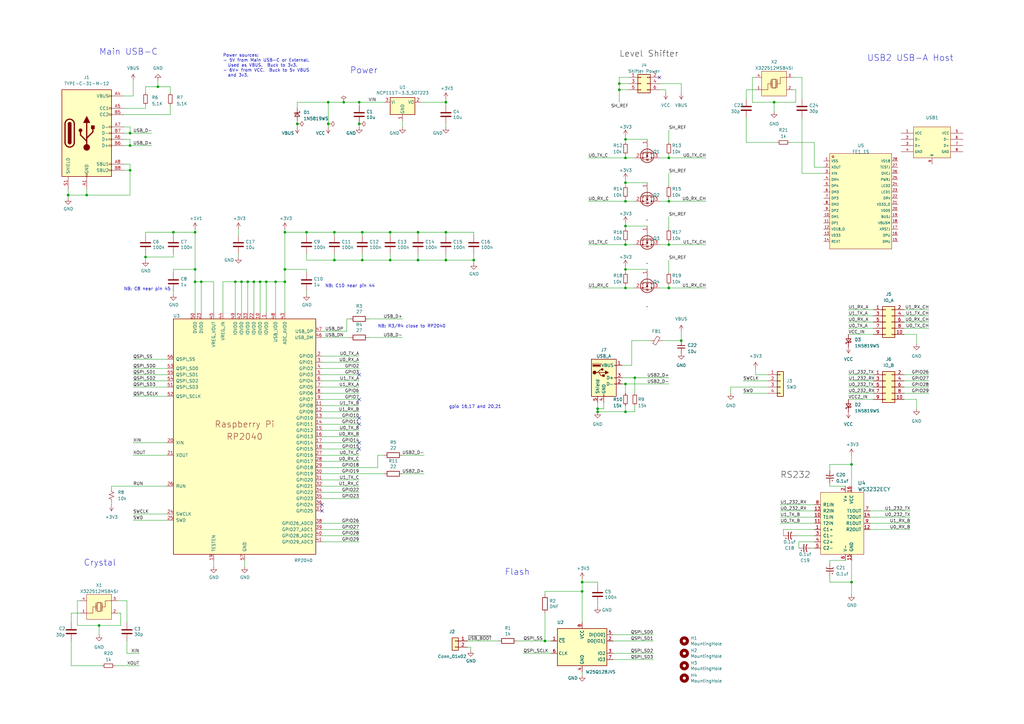
<source format=kicad_sch>
(kicad_sch (version 20230121) (generator eeschema)
  (paper "A3")
  (title_block (title "Babelfish") (date "2023-01-28") (rev "REV1") (company "Bitops"))
  (junction (at 160.02 106.68))
  (junction (at 279.4 139.7))
  (junction (at 125.73 95.25))
  (junction (at 27.94 80.01))
  (junction (at 53.34 59.69))
  (junction (at 80.01 110.49))
  (junction (at 349.25 238.76))
  (junction (at 137.16 106.68))
  (junction (at 101.6 115.57))
  (junction (at 256.54 168.91))
  (junction (at 256.54 92.71))
  (junction (at 256.54 74.93))
  (junction (at 140.97 41.91))
  (junction (at 147.32 50.8))
  (junction (at 71.12 95.25))
  (junction (at 109.22 115.57))
  (junction (at 116.84 110.49))
  (junction (at 194.31 106.68))
  (junction (at 245.11 167.64))
  (junction (at 171.45 95.25))
  (junction (at 148.59 95.25))
  (junction (at 349.25 190.5))
  (junction (at 274.32 118.11))
  (junction (at 254 34.29))
  (junction (at 254 36.83))
  (junction (at 256.54 64.77))
  (junction (at 80.01 95.25))
  (junction (at 116.84 115.57))
  (junction (at 274.32 64.77))
  (junction (at 147.32 41.91))
  (junction (at 182.88 41.91))
  (junction (at 134.62 50.8))
  (junction (at 182.88 106.68))
  (junction (at 134.62 41.91))
  (junction (at 171.45 106.68))
  (junction (at 256.54 57.15))
  (junction (at 256.54 100.33))
  (junction (at 256.54 110.49))
  (junction (at 59.69 105.41))
  (junction (at 238.76 238.76))
  (junction (at 40.64 256.54))
  (junction (at 137.16 95.25))
  (junction (at 35.56 80.01))
  (junction (at 148.59 106.68))
  (junction (at 64.77 35.56))
  (junction (at 317.5 41.91))
  (junction (at 96.52 115.57))
  (junction (at 256.54 157.48))
  (junction (at 80.01 115.57))
  (junction (at 274.32 82.55))
  (junction (at 274.32 100.33))
  (junction (at 182.88 95.25))
  (junction (at 260.35 154.94))
  (junction (at 245.11 168.91))
  (junction (at 256.54 82.55))
  (junction (at 53.34 54.61))
  (junction (at 113.03 115.57))
  (junction (at 99.06 115.57))
  (junction (at 121.92 50.8))
  (junction (at 82.55 115.57))
  (junction (at 53.34 69.85))
  (junction (at 104.14 115.57))
  (junction (at 116.84 95.25))
  (junction (at 238.76 242.57))
  (junction (at 160.02 95.25))
  (junction (at 106.68 115.57))
  (junction (at 256.54 118.11))
  (junction (at 223.52 262.89))
  (no_connect (at 147.32 184.15))
  (no_connect (at 147.32 163.83))
  (no_connect (at 132.08 207.01))
  (no_connect (at 270.51 31.75))
  (no_connect (at 147.32 173.99))
  (no_connect (at 147.32 171.45))
  (no_connect (at 147.32 153.67))
  (no_connect (at 132.08 209.55))
  (no_connect (at 147.32 181.61))
  (wire (pts (xy 132.08 196.85) (xy 147.32 196.85)))
  (wire (pts (xy 256.54 157.48) (xy 274.32 157.48)))
  (wire (pts (xy 59.69 38.1) (xy 59.69 35.56)))
  (wire (pts (xy 320.04 214.63) (xy 334.01 214.63)))
  (wire (pts (xy 317.5 41.91) (xy 326.39 41.91)))
  (wire (pts (xy 68.58 147.32) (xy 54.61 147.32)))
  (wire (pts (xy 256.54 110.49) (xy 256.54 111.76)))
  (wire (pts (xy 116.84 110.49) (xy 116.84 115.57)))
  (wire (pts (xy 238.76 238.76) (xy 238.76 242.57)))
  (wire (pts (xy 50.8 44.45) (xy 59.69 44.45)))
  (wire (pts (xy 160.02 106.68) (xy 148.59 106.68)))
  (wire (pts (xy 238.76 242.57) (xy 238.76 255.27)))
  (wire (pts (xy 148.59 104.14) (xy 148.59 106.68)))
  (wire (pts (xy 257.81 31.75) (xy 254 31.75)))
  (wire (pts (xy 80.01 95.25) (xy 80.01 110.49)))
  (wire (pts (xy 97.79 93.98) (xy 97.79 96.52)))
  (wire (pts (xy 87.63 128.27) (xy 87.63 115.57)))
  (wire (pts (xy 121.92 41.91) (xy 121.92 44.45)))
  (wire (pts (xy 347.98 132.08) (xy 358.14 132.08)))
  (wire (pts (xy 134.62 41.91) (xy 140.97 41.91)))
  (wire (pts (xy 154.94 191.77) (xy 154.94 186.69)))
  (wire (pts (xy 340.36 231.14) (xy 340.36 229.87)))
  (wire (pts (xy 50.8 69.85) (xy 53.34 69.85)))
  (wire (pts (xy 132.08 135.89) (xy 142.24 135.89)))
  (wire (pts (xy 340.36 238.76) (xy 349.25 238.76)))
  (wire (pts (xy 134.62 50.8) (xy 134.62 52.07)))
  (wire (pts (xy 132.08 138.43) (xy 143.51 138.43)))
  (wire (pts (xy 299.72 158.75) (xy 299.72 161.29)))
  (wire (pts (xy 349.25 186.69) (xy 349.25 190.5)))
  (wire (pts (xy 247.65 167.64) (xy 245.11 167.64)))
  (wire (pts (xy 54.61 158.75) (xy 68.58 158.75)))
  (wire (pts (xy 325.12 36.83) (xy 326.39 36.83)))
  (wire (pts (xy 48.26 246.38) (xy 52.07 246.38)))
  (wire (pts (xy 45.72 199.39) (xy 68.58 199.39)))
  (wire (pts (xy 260.35 154.94) (xy 274.32 154.94)))
  (wire (pts (xy 148.59 106.68) (xy 137.16 106.68)))
  (wire (pts (xy 160.02 104.14) (xy 160.02 106.68)))
  (wire (pts (xy 328.93 71.12) (xy 337.82 71.12)))
  (wire (pts (xy 96.52 128.27) (xy 96.52 115.57)))
  (wire (pts (xy 254 36.83) (xy 254 41.91)))
  (wire (pts (xy 320.04 212.09) (xy 334.01 212.09)))
  (wire (pts (xy 59.69 44.45) (xy 59.69 43.18)))
  (wire (pts (xy 69.85 46.99) (xy 69.85 43.18)))
  (wire (pts (xy 256.54 73.66) (xy 256.54 74.93)))
  (wire (pts (xy 100.33 229.87) (xy 100.33 232.41)))
  (wire (pts (xy 116.84 110.49) (xy 125.73 110.49)))
  (wire (pts (xy 259.08 139.7) (xy 259.08 149.86)))
  (wire (pts (xy 265.43 57.15) (xy 256.54 57.15)))
  (wire (pts (xy 54.61 151.13) (xy 68.58 151.13)))
  (wire (pts (xy 132.08 168.91) (xy 147.32 168.91)))
  (wire (pts (xy 142.24 130.81) (xy 143.51 130.81)))
  (wire (pts (xy 314.96 153.67) (xy 309.88 153.67)))
  (wire (pts (xy 59.69 104.14) (xy 59.69 105.41)))
  (wire (pts (xy 29.21 251.46) (xy 29.21 255.27)))
  (wire (pts (xy 132.08 214.63) (xy 147.32 214.63)))
  (wire (pts (xy 64.77 33.02) (xy 64.77 35.56)))
  (wire (pts (xy 256.54 55.88) (xy 256.54 57.15)))
  (wire (pts (xy 113.03 115.57) (xy 116.84 115.57)))
  (wire (pts (xy 116.84 115.57) (xy 116.84 128.27)))
  (wire (pts (xy 97.79 104.14) (xy 97.79 105.41)))
  (wire (pts (xy 132.08 194.31) (xy 157.48 194.31)))
  (wire (pts (xy 48.26 251.46) (xy 49.53 251.46)))
  (wire (pts (xy 165.1 49.53) (xy 165.1 52.07)))
  (wire (pts (xy 340.36 236.22) (xy 340.36 238.76)))
  (wire (pts (xy 132.08 184.15) (xy 147.32 184.15)))
  (wire (pts (xy 241.3 118.11) (xy 256.54 118.11)))
  (wire (pts (xy 375.92 163.83) (xy 375.92 167.64)))
  (wire (pts (xy 71.12 111.76) (xy 71.12 110.49)))
  (wire (pts (xy 172.72 41.91) (xy 182.88 41.91)))
  (wire (pts (xy 59.69 95.25) (xy 71.12 95.25)))
  (wire (pts (xy 256.54 74.93) (xy 256.54 76.2)))
  (wire (pts (xy 101.6 128.27) (xy 101.6 115.57)))
  (wire (pts (xy 148.59 96.52) (xy 148.59 95.25)))
  (wire (pts (xy 132.08 186.69) (xy 147.32 186.69)))
  (wire (pts (xy 251.46 270.51) (xy 267.97 270.51)))
  (wire (pts (xy 53.34 59.69) (xy 62.23 59.69)))
  (wire (pts (xy 347.98 129.54) (xy 358.14 129.54)))
  (wire (pts (xy 52.07 246.38) (xy 52.07 255.27)))
  (wire (pts (xy 320.04 209.55) (xy 334.01 209.55)))
  (wire (pts (xy 53.34 57.15) (xy 53.34 59.69)))
  (wire (pts (xy 125.73 104.14) (xy 125.73 106.68)))
  (wire (pts (xy 334.01 68.58) (xy 337.82 68.58)))
  (wire (pts (xy 99.06 115.57) (xy 101.6 115.57)))
  (wire (pts (xy 204.47 262.89) (xy 191.77 262.89)))
  (wire (pts (xy 80.01 115.57) (xy 80.01 128.27)))
  (wire (pts (xy 71.12 96.52) (xy 71.12 95.25)))
  (wire (pts (xy 270.51 34.29) (xy 279.4 34.29)))
  (wire (pts (xy 121.92 41.91) (xy 134.62 41.91)))
  (wire (pts (xy 274.32 64.77) (xy 289.56 64.77)))
  (wire (pts (xy 274.32 88.9) (xy 274.32 93.98)))
  (wire (pts (xy 247.65 165.1) (xy 247.65 167.64)))
  (wire (pts (xy 160.02 96.52) (xy 160.02 95.25)))
  (wire (pts (xy 35.56 80.01) (xy 27.94 80.01)))
  (wire (pts (xy 147.32 50.8) (xy 147.32 52.07)))
  (wire (pts (xy 256.54 63.5) (xy 256.54 64.77)))
  (wire (pts (xy 274.32 100.33) (xy 289.56 100.33)))
  (wire (pts (xy 31.75 256.54) (xy 40.64 256.54)))
  (wire (pts (xy 251.46 267.97) (xy 267.97 267.97)))
  (wire (pts (xy 80.01 93.98) (xy 80.01 95.25)))
  (wire (pts (xy 326.39 219.71) (xy 334.01 219.71)))
  (wire (pts (xy 132.08 179.07) (xy 147.32 179.07)))
  (wire (pts (xy 137.16 95.25) (xy 148.59 95.25)))
  (wire (pts (xy 140.97 41.91) (xy 147.32 41.91)))
  (wire (pts (xy 340.36 229.87) (xy 346.71 229.87)))
  (wire (pts (xy 54.61 156.21) (xy 68.58 156.21)))
  (wire (pts (xy 50.8 52.07) (xy 53.34 52.07)))
  (wire (pts (xy 182.88 50.8) (xy 182.88 52.07)))
  (wire (pts (xy 182.88 41.91) (xy 182.88 40.64)))
  (wire (pts (xy 35.56 80.01) (xy 53.34 80.01)))
  (wire (pts (xy 27.94 77.47) (xy 27.94 80.01)))
  (wire (pts (xy 274.32 106.68) (xy 274.32 111.76)))
  (wire (pts (xy 223.52 242.57) (xy 238.76 242.57)))
  (wire (pts (xy 251.46 260.35) (xy 267.97 260.35)))
  (wire (pts (xy 327.66 222.25) (xy 334.01 222.25)))
  (wire (pts (xy 274.32 71.12) (xy 274.32 76.2)))
  (wire (pts (xy 96.52 115.57) (xy 99.06 115.57)))
  (wire (pts (xy 212.09 262.89) (xy 223.52 262.89)))
  (wire (pts (xy 106.68 115.57) (xy 109.22 115.57)))
  (wire (pts (xy 256.54 109.22) (xy 256.54 110.49)))
  (wire (pts (xy 241.3 82.55) (xy 256.54 82.55)))
  (wire (pts (xy 259.08 149.86) (xy 255.27 149.86)))
  (wire (pts (xy 53.34 69.85) (xy 53.34 80.01)))
  (wire (pts (xy 254 34.29) (xy 254 36.83)))
  (wire (pts (xy 132.08 153.67) (xy 147.32 153.67)))
  (wire (pts (xy 260.35 154.94) (xy 260.35 161.29)))
  (wire (pts (xy 349.25 238.76) (xy 349.25 243.84)))
  (wire (pts (xy 82.55 128.27) (xy 82.55 115.57)))
  (wire (pts (xy 165.1 186.69) (xy 173.99 186.69)))
  (wire (pts (xy 309.88 153.67) (xy 309.88 151.13)))
  (wire (pts (xy 137.16 96.52) (xy 137.16 95.25)))
  (wire (pts (xy 326.39 36.83) (xy 326.39 41.91)))
  (wire (pts (xy 104.14 128.27) (xy 104.14 115.57)))
  (wire (pts (xy 241.3 100.33) (xy 256.54 100.33)))
  (wire (pts (xy 50.8 54.61) (xy 53.34 54.61)))
  (wire (pts (xy 254 36.83) (xy 257.81 36.83)))
  (wire (pts (xy 125.73 119.38) (xy 125.73 120.65)))
  (wire (pts (xy 349.25 190.5) (xy 349.25 199.39)))
  (wire (pts (xy 245.11 165.1) (xy 245.11 167.64)))
  (wire (pts (xy 87.63 229.87) (xy 87.63 232.41)))
  (wire (pts (xy 49.53 251.46) (xy 49.53 256.54)))
  (wire (pts (xy 52.07 267.97) (xy 57.15 267.97)))
  (wire (pts (xy 182.88 106.68) (xy 171.45 106.68)))
  (wire (pts (xy 347.98 153.67) (xy 358.14 153.67)))
  (wire (pts (xy 87.63 115.57) (xy 82.55 115.57)))
  (wire (pts (xy 304.8 156.21) (xy 314.96 156.21)))
  (wire (pts (xy 274.32 82.55) (xy 289.56 82.55)))
  (wire (pts (xy 327.66 224.79) (xy 327.66 222.25)))
  (wire (pts (xy 101.6 115.57) (xy 104.14 115.57)))
  (wire (pts (xy 121.92 49.53) (xy 121.92 50.8)))
  (wire (pts (xy 370.84 134.62) (xy 381 134.62)))
  (wire (pts (xy 321.31 219.71) (xy 321.31 217.17)))
  (wire (pts (xy 340.36 193.04) (xy 340.36 190.5)))
  (wire (pts (xy 137.16 104.14) (xy 137.16 106.68)))
  (wire (pts (xy 80.01 110.49) (xy 80.01 115.57)))
  (wire (pts (xy 274.32 118.11) (xy 289.56 118.11)))
  (wire (pts (xy 323.85 58.42) (xy 334.01 58.42)))
  (wire (pts (xy 148.59 95.25) (xy 160.02 95.25)))
  (wire (pts (xy 223.52 243.84) (xy 223.52 242.57)))
  (wire (pts (xy 91.44 128.27) (xy 91.44 115.57)))
  (wire (pts (xy 64.77 35.56) (xy 69.85 35.56)))
  (wire (pts (xy 356.87 217.17) (xy 373.38 217.17)))
  (wire (pts (xy 370.84 132.08) (xy 381 132.08)))
  (wire (pts (xy 274.32 81.28) (xy 274.32 82.55)))
  (wire (pts (xy 125.73 95.25) (xy 137.16 95.25)))
  (wire (pts (xy 259.08 139.7) (xy 266.7 139.7)))
  (wire (pts (xy 71.12 119.38) (xy 71.12 120.65)))
  (wire (pts (xy 306.07 58.42) (xy 318.77 58.42)))
  (wire (pts (xy 370.84 161.29) (xy 381 161.29)))
  (wire (pts (xy 265.43 92.71) (xy 256.54 92.71)))
  (wire (pts (xy 356.87 214.63) (xy 373.38 214.63)))
  (wire (pts (xy 171.45 104.14) (xy 171.45 106.68)))
  (wire (pts (xy 309.88 36.83) (xy 306.07 36.83)))
  (wire (pts (xy 142.24 135.89) (xy 142.24 130.81)))
  (wire (pts (xy 334.01 58.42) (xy 334.01 68.58)))
  (wire (pts (xy 116.84 95.25) (xy 116.84 110.49)))
  (wire (pts (xy 256.54 100.33) (xy 260.35 100.33)))
  (wire (pts (xy 132.08 217.17) (xy 147.32 217.17)))
  (wire (pts (xy 274.32 53.34) (xy 274.32 58.42)))
  (wire (pts (xy 332.74 224.79) (xy 334.01 224.79)))
  (wire (pts (xy 325.12 31.75) (xy 328.93 31.75)))
  (wire (pts (xy 151.13 138.43) (xy 165.1 138.43)))
  (wire (pts (xy 104.14 115.57) (xy 106.68 115.57)))
  (wire (pts (xy 256.54 168.91) (xy 245.11 168.91)))
  (wire (pts (xy 265.43 110.49) (xy 256.54 110.49)))
  (wire (pts (xy 255.27 157.48) (xy 256.54 157.48)))
  (wire (pts (xy 132.08 176.53) (xy 147.32 176.53)))
  (wire (pts (xy 99.06 128.27) (xy 99.06 115.57)))
  (wire (pts (xy 53.34 52.07) (xy 53.34 54.61)))
  (wire (pts (xy 256.54 82.55) (xy 260.35 82.55)))
  (wire (pts (xy 54.61 181.61) (xy 68.58 181.61)))
  (wire (pts (xy 182.88 104.14) (xy 182.88 106.68)))
  (wire (pts (xy 256.54 166.37) (xy 256.54 168.91)))
  (wire (pts (xy 254 31.75) (xy 254 34.29)))
  (wire (pts (xy 182.88 95.25) (xy 194.31 95.25)))
  (wire (pts (xy 68.58 213.36) (xy 54.61 213.36)))
  (wire (pts (xy 270.51 82.55) (xy 274.32 82.55)))
  (wire (pts (xy 132.08 201.93) (xy 147.32 201.93)))
  (wire (pts (xy 194.31 106.68) (xy 194.31 107.95)))
  (wire (pts (xy 40.64 256.54) (xy 49.53 256.54)))
  (wire (pts (xy 308.61 31.75) (xy 308.61 41.91)))
  (wire (pts (xy 299.72 158.75) (xy 314.96 158.75)))
  (wire (pts (xy 347.98 158.75) (xy 358.14 158.75)))
  (wire (pts (xy 182.88 106.68) (xy 194.31 106.68)))
  (wire (pts (xy 256.54 92.71) (xy 256.54 93.98)))
  (wire (pts (xy 154.94 186.69) (xy 157.48 186.69)))
  (wire (pts (xy 182.88 43.18) (xy 182.88 41.91)))
  (wire (pts (xy 304.8 161.29) (xy 314.96 161.29)))
  (wire (pts (xy 245.11 238.76) (xy 238.76 238.76)))
  (wire (pts (xy 137.16 106.68) (xy 125.73 106.68)))
  (wire (pts (xy 256.54 116.84) (xy 256.54 118.11)))
  (wire (pts (xy 308.61 41.91) (xy 317.5 41.91)))
  (wire (pts (xy 27.94 80.01) (xy 27.94 81.28)))
  (wire (pts (xy 68.58 162.56) (xy 54.61 162.56)))
  (wire (pts (xy 71.12 95.25) (xy 80.01 95.25)))
  (wire (pts (xy 256.54 99.06) (xy 256.54 100.33)))
  (wire (pts (xy 245.11 167.64) (xy 245.11 168.91)))
  (wire (pts (xy 29.21 273.05) (xy 41.91 273.05)))
  (wire (pts (xy 273.05 36.83) (xy 273.05 38.1)))
  (wire (pts (xy 238.76 275.59) (xy 238.76 276.86)))
  (wire (pts (xy 160.02 95.25) (xy 171.45 95.25)))
  (wire (pts (xy 54.61 39.37) (xy 50.8 39.37)))
  (wire (pts (xy 52.07 262.89) (xy 52.07 267.97)))
  (wire (pts (xy 157.48 41.91) (xy 147.32 41.91)))
  (wire (pts (xy 245.11 247.65) (xy 245.11 248.92)))
  (wire (pts (xy 256.54 64.77) (xy 260.35 64.77)))
  (wire (pts (xy 251.46 262.89) (xy 267.97 262.89)))
  (wire (pts (xy 238.76 237.49) (xy 238.76 238.76)))
  (wire (pts (xy 132.08 199.39) (xy 147.32 199.39)))
  (wire (pts (xy 132.08 189.23) (xy 147.32 189.23)))
  (wire (pts (xy 165.1 194.31) (xy 173.99 194.31)))
  (wire (pts (xy 375.92 137.16) (xy 375.92 140.97)))
  (wire (pts (xy 347.98 156.21) (xy 358.14 156.21)))
  (wire (pts (xy 370.84 158.75) (xy 381 158.75)))
  (wire (pts (xy 53.34 67.31) (xy 53.34 69.85)))
  (wire (pts (xy 317.5 41.91) (xy 317.5 45.72)))
  (wire (pts (xy 29.21 262.89) (xy 29.21 273.05)))
  (wire (pts (xy 91.44 115.57) (xy 96.52 115.57)))
  (wire (pts (xy 340.36 190.5) (xy 349.25 190.5)))
  (wire (pts (xy 132.08 191.77) (xy 154.94 191.77)))
  (wire (pts (xy 109.22 115.57) (xy 113.03 115.57)))
  (wire (pts (xy 370.84 129.54) (xy 381 129.54)))
  (wire (pts (xy 69.85 35.56) (xy 69.85 38.1)))
  (wire (pts (xy 241.3 64.77) (xy 256.54 64.77)))
  (wire (pts (xy 349.25 238.76) (xy 349.25 229.87)))
  (wire (pts (xy 256.54 57.15) (xy 256.54 58.42)))
  (wire (pts (xy 256.54 81.28) (xy 256.54 82.55)))
  (wire (pts (xy 306.07 36.83) (xy 306.07 40.64)))
  (wire (pts (xy 256.54 118.11) (xy 260.35 118.11)))
  (wire (pts (xy 132.08 222.25) (xy 147.32 222.25)))
  (wire (pts (xy 347.98 161.29) (xy 358.14 161.29)))
  (wire (pts (xy 347.98 134.62) (xy 358.14 134.62)))
  (wire (pts (xy 54.61 33.02) (xy 54.61 39.37)))
  (wire (pts (xy 54.61 153.67) (xy 68.58 153.67)))
  (wire (pts (xy 182.88 96.52) (xy 182.88 95.25)))
  (wire (pts (xy 50.8 57.15) (xy 53.34 57.15)))
  (wire (pts (xy 59.69 35.56) (xy 64.77 35.56)))
  (wire (pts (xy 271.78 139.7) (xy 279.4 139.7)))
  (wire (pts (xy 46.99 273.05) (xy 57.15 273.05)))
  (wire (pts (xy 260.35 168.91) (xy 256.54 168.91)))
  (wire (pts (xy 274.32 63.5) (xy 274.32 64.77)))
  (wire (pts (xy 40.64 256.54) (xy 40.64 260.35)))
  (wire (pts (xy 116.84 95.25) (xy 125.73 95.25)))
  (wire (pts (xy 132.08 163.83) (xy 147.32 163.83)))
  (wire (pts (xy 306.07 48.26) (xy 306.07 58.42)))
  (wire (pts (xy 347.98 137.16) (xy 358.14 137.16)))
  (wire (pts (xy 132.08 161.29) (xy 147.32 161.29)))
  (wire (pts (xy 346.71 199.39) (xy 340.36 199.39)))
  (wire (pts (xy 340.36 199.39) (xy 340.36 198.12)))
  (wire (pts (xy 328.93 31.75) (xy 328.93 40.64)))
  (wire (pts (xy 132.08 146.05) (xy 147.32 146.05)))
  (wire (pts (xy 370.84 163.83) (xy 375.92 163.83)))
  (wire (pts (xy 50.8 46.99) (xy 69.85 46.99)))
  (wire (pts (xy 132.08 148.59) (xy 147.32 148.59)))
  (wire (pts (xy 50.8 59.69) (xy 53.34 59.69)))
  (wire (pts (xy 256.54 157.48) (xy 256.54 161.29)))
  (wire (pts (xy 356.87 209.55) (xy 373.38 209.55)))
  (wire (pts (xy 59.69 105.41) (xy 71.12 105.41)))
  (wire (pts (xy 279.4 34.29) (xy 279.4 38.1)))
  (wire (pts (xy 270.51 36.83) (xy 273.05 36.83)))
  (wire (pts (xy 265.43 74.93) (xy 256.54 74.93)))
  (wire (pts (xy 147.32 43.18) (xy 147.32 41.91)))
  (wire (pts (xy 68.58 210.82) (xy 54.61 210.82)))
  (wire (pts (xy 223.52 251.46) (xy 223.52 262.89)))
  (wire (pts (xy 274.32 116.84) (xy 274.32 118.11)))
  (wire (pts (xy 132.08 219.71) (xy 147.32 219.71)))
  (wire (pts (xy 71.12 105.41) (xy 71.12 104.14)))
  (wire (pts (xy 45.72 199.39) (xy 45.72 200.66)))
  (wire (pts (xy 320.04 207.01) (xy 334.01 207.01)))
  (wire (pts (xy 171.45 106.68) (xy 160.02 106.68)))
  (wire (pts (xy 270.51 118.11) (xy 274.32 118.11)))
  (wire (pts (xy 370.84 153.67) (xy 381 153.67)))
  (wire (pts (xy 35.56 77.47) (xy 35.56 80.01)))
  (wire (pts (xy 274.32 99.06) (xy 274.32 100.33)))
  (wire (pts (xy 279.4 139.7) (xy 279.4 135.89)))
  (wire (pts (xy 134.62 41.91) (xy 134.62 50.8)))
  (wire (pts (xy 50.8 67.31) (xy 53.34 67.31)))
  (wire (pts (xy 171.45 95.25) (xy 182.88 95.25)))
  (wire (pts (xy 321.31 217.17) (xy 334.01 217.17)))
  (wire (pts (xy 347.98 163.83) (xy 358.14 163.83)))
  (wire (pts (xy 132.08 173.99) (xy 147.32 173.99)))
  (wire (pts (xy 171.45 96.52) (xy 171.45 95.25)))
  (wire (pts (xy 370.84 137.16) (xy 375.92 137.16)))
  (wire (pts (xy 53.34 54.61) (xy 62.23 54.61)))
  (wire (pts (xy 256.54 91.44) (xy 256.54 92.71)))
  (wire (pts (xy 121.92 50.8) (xy 121.92 52.07)))
  (wire (pts (xy 106.68 128.27) (xy 106.68 115.57)))
  (wire (pts (xy 223.52 262.89) (xy 226.06 262.89)))
  (wire (pts (xy 194.31 104.14) (xy 194.31 106.68)))
  (wire (pts (xy 370.84 127) (xy 381 127)))
  (wire (pts (xy 260.35 166.37) (xy 260.35 168.91)))
  (wire (pts (xy 71.12 110.49) (xy 80.01 110.49)))
  (wire (pts (xy 214.63 267.97) (xy 226.06 267.97)))
  (wire (pts (xy 245.11 240.03) (xy 245.11 238.76)))
  (wire (pts (xy 132.08 204.47) (xy 147.32 204.47)))
  (wire (pts (xy 33.02 251.46) (xy 29.21 251.46)))
  (wire (pts (xy 328.93 48.26) (xy 328.93 71.12)))
  (wire (pts (xy 109.22 115.57) (xy 109.22 128.27)))
  (wire (pts (xy 33.02 246.38) (xy 31.75 246.38)))
  (wire (pts (xy 132.08 151.13) (xy 147.32 151.13)))
  (wire (pts (xy 59.69 105.41) (xy 59.69 106.68)))
  (wire (pts (xy 270.51 100.33) (xy 274.32 100.33)))
  (wire (pts (xy 191.77 265.43) (xy 193.04 265.43)))
  (wire (pts (xy 113.03 128.27) (xy 113.03 115.57)))
  (wire (pts (xy 59.69 96.52) (xy 59.69 95.25)))
  (wire (pts (xy 194.31 96.52) (xy 194.31 95.25)))
  (wire (pts (xy 132.08 181.61) (xy 147.32 181.61)))
  (wire (pts (xy 151.13 130.81) (xy 165.1 130.81)))
  (wire (pts (xy 125.73 111.76) (xy 125.73 110.49)))
  (wire (pts (xy 82.55 115.57) (xy 80.01 115.57)))
  (wire (pts (xy 116.84 93.98) (xy 116.84 95.25)))
  (wire (pts (xy 45.72 205.74) (xy 45.72 207.01)))
  (wire (pts (xy 255.27 154.94) (xy 260.35 154.94)))
  (wire (pts (xy 370.84 156.21) (xy 381 156.21)))
  (wire (pts (xy 270.51 64.77) (xy 274.32 64.77)))
  (wire (pts (xy 125.73 96.52) (xy 125.73 95.25)))
  (wire (pts (xy 132.08 166.37) (xy 147.32 166.37)))
  (wire (pts (xy 347.98 127) (xy 358.14 127)))
  (wire (pts (xy 31.75 246.38) (xy 31.75 256.54)))
  (wire (pts (xy 309.88 31.75) (xy 308.61 31.75)))
  (wire (pts (xy 132.08 156.21) (xy 147.32 156.21)))
  (wire (pts (xy 356.87 212.09) (xy 373.38 212.09)))
  (wire (pts (xy 254 34.29) (xy 257.81 34.29)))
  (wire (pts (xy 132.08 158.75) (xy 147.32 158.75)))
  (wire (pts (xy 132.08 171.45) (xy 147.32 171.45)))
  (wire (pts (xy 68.58 186.69) (xy 54.61 186.69)))
  (wire (pts (xy 193.04 265.43) (xy 193.04 266.7)))
  (text "gpio 16,17 and 20,21\n" (at 184.15 167.64 0) (effects (font (size 1.27 1.27)) (justify left bottom)))
  (text "Crystal" (at 34.29 232.41 0) (effects (font (size 2.54 2.54)) (justify left bottom)))
  (text "NB: R3/R4 close to RP2040" (at 154.94 134.62 0) (effects (font (size 1.27 1.27)) (justify left bottom)))
  (text "NB: C8 near pin 45" (at 50.8 119.38 0) (effects (font (size 1.27 1.27)) (justify left bottom)))
  (text "Power sources:\n- 5V from Main USB-C or External.\n  Used as VBUS.  Buck to 3v3.\n- 6V+ from VCC.  Buck to 5v VBUS\n  and 3v3.\n" (at 91.44 31.75 0) (effects (font (size 1.27 1.27)) (justify left bottom)))
  (text "Flash" (at 207.01 236.22 0) (effects (font (size 2.54 2.54)) (justify left bottom)))
  (text "TODO:\n1. Test PIO-USB host\n2. Test level shifter with 3v3?\n" (at 254 -29.21 0) (effects (font (size 1.27 1.27)) (justify left bottom)))
  (text "Main USB-C" (at 40.64 22.86 0) (effects (font (size 2.54 2.54)) (justify left bottom)))
  (text "Power" (at 143.51 30.48 0) (effects (font (size 2.54 2.54)) (justify left bottom)))
  (text "NB: C10 near pin 44" (at 133.35 118.11 0) (effects (font (size 1.27 1.27)) (justify left bottom)))
  (text "USB2 USB-A Host" (at 355.6 25.4 0) (effects (font (size 2.54 2.54)) (justify left bottom)))
  (label "GPIO3" (at 147.32 153.67 180))
  (label "GPIO2" (at 147.32 151.13 180))
  (label "QSPI_SD3" (at 267.97 270.51 180))
  (label "U0_RX_A" (at 347.98 132.08 0))
  (label "U1_232_RX" (at 320.04 207.01 0))
  (label "U0_232_RX" (at 320.04 209.55 0))
  (label "USB2_D+" (at 173.99 194.31 180))
  (label "U1_RX_B" (at 373.38 214.63 180))
  (label "U1_232_TX" (at 373.38 209.55 180))
  (label "SWCLK" (at 304.8 156.21 0))
  (label "SH_REF" (at 257.81 44.45 180))
  (label "U1_RX_C" (at 241.3 118.11 0))
  (label "USB2_D-" (at 265.43 157.48 0))
  (label "U0_TX_C" (at 241.3 64.77 0))
  (label "U1_TX_C" (at 241.3 100.33 0))
  (label "Level Shifter" (at 254 24.13 0) (effects (font (size 2.54 2.54))))
  (label "GPIO23" (at 147.32 204.47 180))
  (label "GPIO26" (at 147.32 214.63 180))
  (label "USB_DN" (at 133.35 138.43 0))
  (label "U1_RX_A" (at 147.32 158.75 180))
  (label "U0_RX_B" (at 373.38 217.17 180))
  (label "SWD" (at 304.8 161.29 0))
  (label "GPIO18" (at 147.32 191.77 180))
  (label "GPIO7" (at 147.32 163.83 180))
  (label "XOUT" (at 57.15 273.05 180))
  (label "GPIO6" (at 147.32 161.29 180))
  (label "U1_TX_C" (at 147.32 196.85 180))
  (label "USB2_D-" (at 173.99 186.69 180))
  (label "VCC_IN" (at 347.98 137.16 0))
  (label "XIN" (at 57.15 267.97 180))
  (label "QSPI_SD3" (at 54.61 158.75 0))
  (label "GPIO10" (at 147.32 171.45 180))
  (label "U0_TX_B" (at 147.32 176.53 180))
  (label "QSPI_SCLK" (at 214.63 267.97 0))
  (label "QSPI_SCLK" (at 54.61 162.56 0))
  (label "U1_232_TX" (at 347.98 153.67 0))
  (label "U1_RX_CH" (at 289.56 118.11 180))
  (label "USB_D-" (at 165.1 138.43 180))
  (label "GPIO27" (at 381 156.21 180))
  (label "USB_DP" (at 133.35 135.89 0))
  (label "U0_RX_CH" (at 289.56 82.55 180))
  (label "U0_RX_CH" (at 381 132.08 180))
  (label "QSPI_SD1" (at 54.61 153.67 0))
  (label "U1_TX_B" (at 320.04 212.09 0))
  (label "U0_RX_C" (at 147.32 189.23 180))
  (label "XIN" (at 54.61 181.61 0))
  (label "U0_TX_B" (at 320.04 214.63 0))
  (label "U1_232_RX" (at 347.98 156.21 0))
  (label "SWD" (at 54.61 213.36 0))
  (label "GPIO22" (at 147.32 201.93 180))
  (label "U0_TX_C" (at 147.32 186.69 180))
  (label "SH_REF" (at 274.32 71.12 0))
  (label "U0_RX_A" (at 147.32 148.59 180))
  (label "U1_TX_CH" (at 381 129.54 180))
  (label "U1_RX_B" (at 147.32 168.91 180))
  (label "U0_232_RX" (at 347.98 161.29 0))
  (label "U0_TX_A" (at 347.98 134.62 0))
  (label "U1_TX_A" (at 147.32 156.21 180))
  (label "VCC2_IN" (at 347.98 163.83 0))
  (label "QSPI_SS" (at 54.61 147.32 0))
  (label "U1_TX_B" (at 147.32 166.37 180))
  (label "GPIO28" (at 147.32 219.71 180))
  (label "GPIO29" (at 147.32 222.25 180))
  (label "GPIO19" (at 147.32 194.31 180))
  (label "U0_RX_B" (at 147.32 179.07 180))
  (label "SH_REF" (at 274.32 106.68 0))
  (label "QSPI_SD2" (at 267.97 267.97 180))
  (label "USB_D+" (at 165.1 130.81 180))
  (label "XOUT" (at 54.61 186.69 0))
  (label "U1_TX_A" (at 347.98 129.54 0))
  (label "GPIO27" (at 147.32 217.17 180))
  (label "QSPI_SD0" (at 267.97 260.35 180))
  (label "USB2_D+" (at 265.43 154.94 0))
  (label "U0_TX_A" (at 147.32 146.05 180))
  (label "GPIO28" (at 381 158.75 180))
  (label "U1_RX_C" (at 147.32 199.39 180))
  (label "U0_RX_C" (at 241.3 82.55 0))
  (label "RUN" (at 54.61 199.39 0))
  (label "U0_TX_CH" (at 289.56 64.77 180))
  (label "QSPI_SD2" (at 54.61 156.21 0))
  (label "SH_REF" (at 274.32 53.34 0))
  (label "U0_232_TX" (at 373.38 212.09 180))
  (label "GPIO26" (at 381 153.67 180))
  (label "U1_RX_A" (at 347.98 127 0))
  (label "GPIO15" (at 147.32 184.15 180))
  (label "SH_REF" (at 274.32 88.9 0))
  (label "SWCLK" (at 54.61 210.82 0))
  (label "QSPI_SS" (at 214.63 262.89 0))
  (label "VIN" (at 151.13 41.91 0))
  (label "GPIO11" (at 147.32 173.99 180))
  (label "USB_D-" (at 54.61 54.61 0))
  (label "GPIO29" (at 381 161.29 180))
  (label "~{USB_BOOT}" (at 191.77 262.89 0))
  (label "QSPI_SD0" (at 54.61 151.13 0))
  (label "U1_TX_CH" (at 289.56 100.33 180))
  (label "USB_D+" (at 54.61 59.69 0))
  (label "QSPI_SD1" (at 267.97 262.89 180))
  (label "U0_TX_CH" (at 381 134.62 180))
  (label "U0_232_TX" (at 347.98 158.75 0))
  (label "RS232" (at 320.04 196.85 0) (effects (font (size 2.54 2.54))))
  (label "GPIO14" (at 147.32 181.61 180))
  (label "U1_RX_CH" (at 381 127 180))
  (symbol (lib_id "MCU_RaspberryPi_RP2040:RP2040") (at 100.33 179.07 0) (unit 1)
    (property "Reference" "U3" (at 72.39 129.54 0))
    (property "Value" "RP2040" (at 124.46 229.87 0))
    (property "Footprint" "RP2040_minimal:RP2040-QFN-56" (effects hide))
  )
  (symbol (lib_id "Device:C") (at 29.21 259.08 0) (unit 1)
    (property "Reference" "C2" (at 24.13 257.81 0) (effects (justify left)))
    (property "Value" "30p" (at 22.86 260.35 0) (effects (justify left)))
    (property "Footprint" "Capacitor_SMD:C_0402_1005Metric" (effects hide))
  )
  (symbol (lib_id "Device:C") (at 52.07 259.08 0) (unit 1)
    (property "Reference" "C3" (at 54.991 257.9116 0) (effects (justify left)))
    (property "Value" "30p" (at 54.991 260.223 0) (effects (justify left)))
    (property "Footprint" "Capacitor_SMD:C_0402_1005Metric" (effects hide))
  )
  (symbol (lib_id "Memory_Flash:W25Q128JVS") (at 238.76 265.43 0) (unit 1)
    (property "Reference" "U2" (at 229.87 255.27 0))
    (property "Value" "W25Q128JVS" (at 246.38 275.59 0))
    (property "Footprint" "Package_SO:SOIC-8_5.23x5.23mm_P1.27mm" (effects hide))
    (property "Datasheet" "http://www.winbond.com/resource-files/w25q128jv_dtr%20revc%2003272018%20plus.pdf" (effects hide))
  )
  (symbol (lib_id "power:+3V3") (at 238.76 237.49 0) (unit 1)
    (property "Reference" "#PWR07" (effects hide))
    (property "Value" "+3V3" (at 239.141 233.0958 0))
  )
  (symbol (lib_id "power:GND") (at 238.76 276.86 0) (unit 1)
    (property "Reference" "#PWR08" (effects hide))
    (property "Value" "GND" (at 234.95 278.13 0))
  )
  (symbol (lib_id "Device:R") (at 223.52 247.65 0) (unit 1)
    (property "Reference" "R2" (at 225.298 246.4816 0) (effects (justify left)))
    (property "Value" "DNF" (at 225.298 248.793 0) (effects (justify left)))
    (property "Footprint" "Capacitor_SMD:C_0402_1005Metric" (effects hide))
  )
  (symbol (lib_id "Device:R") (at 208.28 262.89 270) (unit 1)
    (property "Reference" "R1" (at 208.28 257.6322 90))
    (property "Value" "1k" (at 208.28 259.9436 90))
    (property "Footprint" "Capacitor_SMD:C_0402_1005Metric" (effects hide))
  )
  (symbol (lib_id "Device:C") (at 245.11 243.84 0) (unit 1)
    (property "Reference" "C5" (at 248.031 242.6716 0) (effects (justify left)))
    (property "Value" "100n" (at 248.031 244.983 0) (effects (justify left)))
    (property "Footprint" "Capacitor_SMD:C_0402_1005Metric" (effects hide))
  )
  (symbol (lib_id "power:GND") (at 245.11 248.92 0) (unit 1)
    (property "Reference" "#PWR011" (effects hide))
    (property "Value" "GND" (at 248.92 250.19 0))
  )
  (symbol (lib_id "power:GND") (at 100.33 232.41 0) (unit 1)
    (property "Reference" "#PWR016" (effects hide))
    (property "Value" "GND" (at 100.457 236.8042 0))
  )
  (symbol (lib_id "power:GND") (at 87.63 232.41 0) (unit 1)
    (property "Reference" "#PWR015" (effects hide))
    (property "Value" "GND" (at 87.757 236.8042 0))
  )
  (symbol (lib_id "Device:R") (at 147.32 130.81 270) (unit 1)
    (property "Reference" "R3" (at 147.32 125.5522 90))
    (property "Value" "27" (at 147.32 127.8636 90))
    (property "Footprint" "Capacitor_SMD:C_0402_1005Metric" (effects hide))
  )
  (symbol (lib_id "Device:R") (at 147.32 138.43 270) (unit 1)
    (property "Reference" "R4" (at 147.32 133.1722 90))
    (property "Value" "27" (at 147.32 135.4836 90))
    (property "Footprint" "Capacitor_SMD:C_0402_1005Metric" (effects hide))
  )
  (symbol (lib_id "power:+3V3") (at 116.84 93.98 0) (unit 1)
    (property "Reference" "#PWR017" (effects hide))
    (property "Value" "+3V3" (at 117.221 89.5858 0))
  )
  (symbol (lib_id "power:+1V1") (at 80.01 93.98 0) (unit 1)
    (property "Reference" "#PWR014" (effects hide))
    (property "Value" "+1V1" (at 80.391 89.5858 0))
  )
  (symbol (lib_id "Device:C") (at 125.73 100.33 0) (unit 1)
    (property "Reference" "C9" (at 128.651 99.1616 0) (effects (justify left)))
    (property "Value" "100n" (at 128.651 101.473 0) (effects (justify left)))
    (property "Footprint" "Capacitor_SMD:C_0402_1005Metric" (effects hide))
  )
  (symbol (lib_id "Device:C") (at 137.16 100.33 0) (unit 1)
    (property "Reference" "C11" (at 140.081 99.1616 0) (effects (justify left)))
    (property "Value" "100n" (at 140.081 101.473 0) (effects (justify left)))
    (property "Footprint" "Capacitor_SMD:C_0402_1005Metric" (effects hide))
  )
  (symbol (lib_id "Device:C") (at 148.59 100.33 0) (unit 1)
    (property "Reference" "C12" (at 151.511 99.1616 0) (effects (justify left)))
    (property "Value" "100n" (at 151.511 101.473 0) (effects (justify left)))
    (property "Footprint" "Capacitor_SMD:C_0402_1005Metric" (effects hide))
  )
  (symbol (lib_id "Device:C") (at 160.02 100.33 0) (unit 1)
    (property "Reference" "C13" (at 162.941 99.1616 0) (effects (justify left)))
    (property "Value" "100n" (at 162.941 101.473 0) (effects (justify left)))
    (property "Footprint" "Capacitor_SMD:C_0402_1005Metric" (effects hide))
  )
  (symbol (lib_id "Device:C") (at 171.45 100.33 0) (unit 1)
    (property "Reference" "C14" (at 174.371 99.1616 0) (effects (justify left)))
    (property "Value" "100n" (at 174.371 101.473 0) (effects (justify left)))
    (property "Footprint" "Capacitor_SMD:C_0402_1005Metric" (effects hide))
  )
  (symbol (lib_id "Device:C") (at 182.88 100.33 0) (unit 1)
    (property "Reference" "C15" (at 185.801 99.1616 0) (effects (justify left)))
    (property "Value" "100n" (at 185.801 101.473 0) (effects (justify left)))
    (property "Footprint" "Capacitor_SMD:C_0402_1005Metric" (effects hide))
  )
  (symbol (lib_id "Device:C") (at 194.31 100.33 0) (unit 1)
    (property "Reference" "C16" (at 197.231 99.1616 0) (effects (justify left)))
    (property "Value" "100n" (at 197.231 101.473 0) (effects (justify left)))
    (property "Footprint" "Capacitor_SMD:C_0402_1005Metric" (effects hide))
  )
  (symbol (lib_id "Device:C") (at 59.69 100.33 0) (unit 1)
    (property "Reference" "C6" (at 62.611 99.1616 0) (effects (justify left)))
    (property "Value" "100n" (at 62.611 101.473 0) (effects (justify left)))
    (property "Footprint" "Capacitor_SMD:C_0402_1005Metric" (effects hide))
  )
  (symbol (lib_id "Device:C") (at 71.12 100.33 0) (unit 1)
    (property "Reference" "C7" (at 74.041 99.1616 0) (effects (justify left)))
    (property "Value" "100n" (at 74.041 101.473 0) (effects (justify left)))
    (property "Footprint" "Capacitor_SMD:C_0402_1005Metric" (effects hide))
  )
  (symbol (lib_id "Device:C") (at 71.12 115.57 0) (unit 1)
    (property "Reference" "C8" (at 74.041 114.4016 0) (effects (justify left)))
    (property "Value" "1u" (at 74.041 116.713 0) (effects (justify left)))
    (property "Footprint" "Capacitor_SMD:C_0402_1005Metric" (effects hide))
  )
  (symbol (lib_id "Device:C") (at 125.73 115.57 0) (unit 1)
    (property "Reference" "C10" (at 128.651 114.4016 0) (effects (justify left)))
    (property "Value" "1u" (at 128.651 116.713 0) (effects (justify left)))
    (property "Footprint" "Capacitor_SMD:C_0402_1005Metric" (effects hide))
  )
  (symbol (lib_id "Mechanical:MountingHole") (at 280.67 262.89 0) (unit 1)
    (property "Reference" "H1" (at 283.21 261.7216 0) (effects (justify left)))
    (property "Value" "MountingHole" (at 283.21 264.033 0) (effects (justify left)))
    (property "Footprint" "MountingHole:MountingHole_2.7mm_M2.5" (effects hide))
  )
  (symbol (lib_id "Mechanical:MountingHole") (at 280.67 267.97 0) (unit 1)
    (property "Reference" "H2" (at 283.21 266.8016 0) (effects (justify left)))
    (property "Value" "MountingHole" (at 283.21 269.113 0) (effects (justify left)))
    (property "Footprint" "MountingHole:MountingHole_2.7mm_M2.5" (effects hide))
  )
  (symbol (lib_id "Mechanical:MountingHole") (at 280.67 273.05 0) (unit 1)
    (property "Reference" "H3" (at 283.21 271.8816 0) (effects (justify left)))
    (property "Value" "MountingHole" (at 283.21 274.193 0) (effects (justify left)))
    (property "Footprint" "MountingHole:MountingHole_2.7mm_M2.5" (effects hide))
  )
  (symbol (lib_id "Mechanical:MountingHole") (at 280.67 278.13 0) (unit 1)
    (property "Reference" "H4" (at 283.21 276.9616 0) (effects (justify left)))
    (property "Value" "MountingHole" (at 283.21 279.273 0) (effects (justify left)))
    (property "Footprint" "MountingHole:MountingHole_2.7mm_M2.5" (effects hide))
  )
  (symbol (lib_id "power:GND") (at 194.31 107.95 0) (unit 1)
    (property "Reference" "#PWR023" (effects hide))
    (property "Value" "GND" (at 194.437 112.3442 0))
  )
  (symbol (lib_id "power:GND") (at 59.69 106.68 0) (unit 1)
    (property "Reference" "#PWR012" (effects hide))
    (property "Value" "GND" (at 59.817 111.0742 0))
  )
  (symbol (lib_id "power:GND") (at 71.12 120.65 0) (unit 1)
    (property "Reference" "#PWR013" (effects hide))
    (property "Value" "GND" (at 71.247 125.0442 0))
  )
  (symbol (lib_id "power:GND") (at 125.73 120.65 0) (unit 1)
    (property "Reference" "#PWR018" (effects hide))
    (property "Value" "GND" (at 125.857 125.0442 0))
  )
  (symbol (lib_id "Regulator_Linear:NCP1117-3.3_SOT223") (at 165.1 41.91 0) (unit 1)
    (property "Reference" "U1" (at 165.1 35.7632 0))
    (property "Value" "NCP1117-3.3_SOT223" (at 165.1 38.0746 0))
    (property "Footprint" "Package_TO_SOT_SMD:SOT-223-3_TabPin2" (effects hide))
    (property "Datasheet" "http://www.onsemi.com/pub_link/Collateral/NCP1117-D.PDF" (effects hide))
  )
  (symbol (lib_id "power:GND") (at 165.1 52.07 0) (unit 1)
    (property "Reference" "#PWR05" (effects hide))
    (property "Value" "GND" (at 163.83 54.61 0) (effects (justify right)))
  )
  (symbol (lib_id "power:+3V3") (at 182.88 40.64 0) (unit 1)
    (property "Reference" "#PWR09" (effects hide))
    (property "Value" "+3V3" (at 183.261 36.2458 0))
  )
  (symbol (lib_id "Device:C") (at 147.32 46.99 0) (unit 1)
    (property "Reference" "C1" (at 150.241 45.8216 0) (effects (justify left)))
    (property "Value" "10u" (at 150.241 48.133 0) (effects (justify left)))
    (property "Footprint" "Capacitor_SMD:C_0805_2012Metric" (effects hide))
  )
  (symbol (lib_id "Device:C") (at 182.88 46.99 0) (unit 1)
    (property "Reference" "C4" (at 185.801 45.8216 0) (effects (justify left)))
    (property "Value" "10u" (at 185.801 48.133 0) (effects (justify left)))
    (property "Footprint" "Capacitor_SMD:C_0805_2012Metric" (effects hide))
  )
  (symbol (lib_id "power:GND") (at 147.32 52.07 0) (unit 1)
    (property "Reference" "#PWR04" (effects hide))
    (property "Value" "GND" (at 146.05 54.61 0) (effects (justify right)))
  )
  (symbol (lib_id "power:GND") (at 182.88 52.07 0) (unit 1)
    (property "Reference" "#PWR010" (effects hide))
    (property "Value" "GND" (at 181.61 54.61 0) (effects (justify right)))
  )
  (symbol (lib_id "power:+3V3") (at 97.79 93.98 0) (unit 1)
    (property "Reference" "#PWR024" (effects hide))
    (property "Value" "+3V3" (at 98.171 89.5858 0))
  )
  (symbol (lib_id "Device:C") (at 97.79 100.33 0) (unit 1)
    (property "Reference" "C17" (at 100.711 99.1616 0) (effects (justify left)))
    (property "Value" "10u" (at 100.711 101.473 0) (effects (justify left)))
    (property "Footprint" "Capacitor_SMD:C_0805_2012Metric" (effects hide))
  )
  (symbol (lib_id "power:GND") (at 97.79 105.41 0) (unit 1)
    (property "Reference" "#PWR025" (effects hide))
    (property "Value" "GND" (at 93.98 106.68 0))
  )
  (symbol (lib_id "Connector_Generic:Conn_01x02") (at 186.69 262.89 0) (mirror y) (unit 1)
    (property "Reference" "J2" (at 185.42 259.08 0))
    (property "Value" "Conn_01x02" (at 185.42 269.24 0))
    (property "Footprint" "Connector_PinHeader_2.54mm:PinHeader_1x02_P2.54mm_Vertical" (effects hide))
  )
  (symbol (lib_id "power:GND") (at 193.04 266.7 0) (unit 1)
    (property "Reference" "#PWR02" (effects hide))
    (property "Value" "GND" (at 193.167 271.0942 0))
  )
  (symbol (lib_id "Device:R_Small") (at 256.54 78.74 0) (unit 1)
    (property "Reference" "R14" (at 251.46 77.47 0) (effects (justify left)))
    (property "Value" "10k" (at 251.46 80.01 0) (effects (justify left)))
    (property "Footprint" "Resistor_SMD:R_0402_1005Metric" (effects hide))
  )
  (symbol (lib_id "Device:C_Small") (at 279.4 142.24 0) (unit 1)
    (property "Reference" "C22" (at 281.94 141.6113 0) (effects (justify left)))
    (property "Value" "10u" (at 281.94 144.1513 0) (effects (justify left)))
    (property "Footprint" "Capacitor_SMD:C_0805_2012Metric" (effects hide))
  )
  (symbol (lib_id "power:VBUS") (at 54.61 33.02 0) (unit 1)
    (property "Reference" "#PWR0103" (effects hide))
    (property "Value" "VBUS" (at 54.61 27.94 0))
  )
  (symbol (lib_id "Connector:USB_C_Receptacle_USB2.0") (at 35.56 54.61 0) (unit 1)
    (property "Reference" "J1" (at 35.56 31.75 0))
    (property "Value" "TYPE-C-31-M-12" (at 35.56 34.29 0))
    (property "Footprint" "Connector_USB:USB_C_Receptacle_HRO_TYPE-C-31-M-12" (effects hide))
    (property "Datasheet" "https://www.usb.org/sites/default/files/documents/usb_type-c.zip" (effects hide))
  )
  (symbol (lib_id "Device:R_Small") (at 256.54 163.83 0) (unit 1)
    (property "Reference" "R10" (at 251.46 163.83 0) (effects (justify left)))
    (property "Value" "15k" (at 251.46 166.37 0) (effects (justify left)))
    (property "Footprint" "Capacitor_SMD:C_0402_1005Metric" (effects hide))
  )
  (symbol (lib_id "Device:R_Small") (at 59.69 40.64 0) (unit 1)
    (property "Reference" "R6" (at 62.23 40.005 0) (effects (justify left)))
    (property "Value" "5.1K" (at 62.23 42.545 0) (effects (justify left)))
    (property "Footprint" "Resistor_SMD:R_0402_1005Metric" (effects hide))
  )
  (symbol (lib_id "Device:R_Small") (at 256.54 60.96 0) (unit 1)
    (property "Reference" "R12" (at 251.46 59.69 0) (effects (justify left)))
    (property "Value" "10k" (at 251.46 62.23 0) (effects (justify left)))
    (property "Footprint" "Resistor_SMD:R_0402_1005Metric" (effects hide))
  )
  (symbol (lib_id "Connector_Generic:Conn_02x03_Odd_Even") (at 262.89 34.29 0) (unit 1)
    (property "Reference" "J4" (at 264.16 26.67 0))
    (property "Value" "Shifter Power" (at 264.16 29.21 0))
    (property "Footprint" "Connector_PinHeader_2.54mm:PinHeader_2x03_P2.54mm_Vertical" (effects hide))
  )
  (symbol (lib_id "power:+3V3") (at 256.54 55.88 0) (unit 1)
    (property "Reference" "#PWR020" (effects hide))
    (property "Value" "+3V3" (at 256.54 52.07 0))
  )
  (symbol (lib_id "power:GND") (at 317.5 45.72 0) (unit 1)
    (property "Reference" "#PWR030" (effects hide))
    (property "Value" "GND" (at 317.5 50.8 0))
  )
  (symbol (lib_id "power:GND") (at 64.77 33.02 180) (unit 1)
    (property "Reference" "#PWR0108" (effects hide))
    (property "Value" "GND" (at 64.77 27.94 0))
  )
  (symbol (lib_id "Connector:USB_A") (at 247.65 154.94 0) (unit 1)
    (property "Reference" "J7" (at 247.65 143.51 0))
    (property "Value" "USB_A" (at 247.65 146.05 0))
    (property "Footprint" "RP2040_minimal:USB-A-TH__USB-AF-90" (effects hide))
    (property "Datasheet" " ~" (effects hide))
    (property "Part" "902-131A1011D10100" (effects hide))
    (property "LCSC" "C2345" (effects hide))
  )
  (symbol (lib_id "LCSC:X322512MSB4SI") (at 317.5 34.29 0) (unit 1)
    (property "Reference" "X2" (at 317.5 25.4 0))
    (property "Value" "X322512MSB4SI" (at 317.5 27.94 0))
    (property "Footprint" "lcsc:OSC-SMD_4P-L3.2-W2.5-BL" (effects hide))
    (property "Datasheet" "https://item.szlcsc.com/15866.html" (effects hide))
    (property "LCSC" "C9002" (effects hide))
    (property "Frequency" "12MHz" (effects hide))
  )
  (symbol (lib_id "power:PWR_FLAG") (at 134.62 50.8 270) (unit 1)
    (property "Reference" "#FLG0101" (effects hide))
    (property "Value" "PWR_FLAG" (effects hide))
  )
  (symbol (lib_id "power:GND") (at 375.92 140.97 0) (unit 1)
    (property "Reference" "#PWR0111" (effects hide))
    (property "Value" "GND" (at 375.92 146.05 0))
  )
  (symbol (lib_id "Device:R_Small") (at 44.45 273.05 90) (unit 1)
    (property "Reference" "R20" (at 44.45 267.97 90))
    (property "Value" "1k" (at 44.45 270.51 90))
  )
  (symbol (lib_id "Device:C") (at 328.93 44.45 0) (unit 1)
    (property "Reference" "C24" (at 331.851 43.2816 0) (effects (justify left)))
    (property "Value" "30p" (at 331.851 45.593 0) (effects (justify left)))
    (property "Footprint" "Capacitor_SMD:C_0402_1005Metric" (effects hide))
  )
  (symbol (lib_id "power:VCC") (at 273.05 38.1 180) (unit 1)
    (property "Reference" "#PWR01" (effects hide))
    (property "Value" "VCC" (at 273.05 43.18 0))
  )
  (symbol (lib_id "Connector_Generic:Conn_02x05_Odd_Even") (at 363.22 132.08 0) (unit 1)
    (property "Reference" "J5" (at 364.49 120.65 0))
    (property "Value" "IO_A" (at 364.49 123.19 0))
    (property "Footprint" "Connector_PinHeader_2.54mm:PinHeader_2x05_P2.54mm_Horizontal" (effects hide))
  )
  (symbol (lib_id "dk_Interface-Drivers-Receivers-Transceivers:MAX3232CPE_") (at 344.17 207.01 0) (unit 1)
    (property "Reference" "U4" (at 351.79 198.12 0) (effects (font (size 1.524 1.524)) (justify left)))
    (property "Value" "WS3232ECY" (at 351.79 200.66 0) (effects (font (size 1.524 1.524)) (justify left)))
    (property "Footprint" "Package_SO:TSSOP-16_4.4x5mm_P0.65mm" (effects hide))
    (property "Datasheet" "https://datasheets.maximintegrated.com/en/ds/MAX3222-MAX3241.pdf" (effects hide))
    (property "Family" "Interface - Drivers, Receivers, Transceivers" (effects hide))
    (property "DK_Datasheet_Link" "https://datasheets.maximintegrated.com/en/ds/MAX3222-MAX3241.pdf" (effects hide))
    (property "DK_Detail_Page" "/product-detail/en/maxim-integrated/MAX3232CPE-/MAX3232CPE--ND/1513011" (effects hide))
    (property "Description" "IC TXRX RS-232 LP 16-DIP" (effects hide))
    (property "Manufacturer" "Maxim Integrated" (effects hide))
    (property "Status" "Active" (effects hide))
  )
  (symbol (lib_id "power:+3V3") (at 256.54 73.66 0) (unit 1)
    (property "Reference" "#PWR026" (effects hide))
    (property "Value" "+3V3" (at 256.54 69.85 0))
  )
  (symbol (lib_id "power:PWR_FLAG") (at 140.97 41.91 0) (unit 1)
    (property "Reference" "#FLG0104" (effects hide))
    (property "Value" "PWR_FLAG" (effects hide))
  )
  (symbol (lib_id "power:+3V3") (at 309.88 151.13 0) (unit 1)
    (property "Reference" "#PWR0101" (effects hide))
    (property "Value" "+3V3" (at 309.88 146.05 0))
  )
  (symbol (lib_id "Device:FerriteBead_Small") (at 269.24 139.7 90) (unit 1)
    (property "Reference" "FB1" (at 269.24 135.89 90))
    (property "Value" "FerriteBead_Small" (effects hide))
    (property "Footprint" "Inductor_SMD:L_0805_2012Metric" (effects hide))
  )
  (symbol (lib_id "power:+3V3") (at 349.25 186.69 0) (unit 1)
    (property "Reference" "#PWR0114" (effects hide))
    (property "Value" "+3V3" (at 349.631 182.2958 0))
  )
  (symbol (lib_id "Device:R_Small") (at 321.31 58.42 90) (unit 1)
    (property "Reference" "R21" (at 321.31 53.34 90))
    (property "Value" "1k" (at 321.31 55.88 90))
  )
  (symbol (lib_id "power:VBUS") (at 121.92 52.07 180) (unit 1)
    (property "Reference" "#PWR0105" (effects hide))
    (property "Value" "VBUS" (at 120.65 54.61 0) (effects (justify left)))
  )
  (symbol (lib_id "power:VCC") (at 347.98 142.24 180) (unit 1)
    (property "Reference" "#PWR0107" (effects hide))
    (property "Value" "VCC" (at 347.98 147.32 0))
  )
  (symbol (lib_id "power:PWR_FLAG") (at 147.32 50.8 270) (unit 1)
    (property "Reference" "#FLG0102" (effects hide))
    (property "Value" "PWR_FLAG" (effects hide))
  )
  (symbol (lib_id "Device:R_Small") (at 260.35 163.83 0) (unit 1)
    (property "Reference" "R9" (at 261.62 163.83 0) (effects (justify left)))
    (property "Value" "15k" (at 261.62 166.37 0) (effects (justify left)))
    (property "Footprint" "Capacitor_SMD:C_0402_1005Metric" (effects hide))
  )
  (symbol (lib_id "power:GND") (at 27.94 81.28 0) (unit 1)
    (property "Reference" "#PWR0106" (effects hide))
    (property "Value" "GND" (at 28.067 85.6742 0))
  )
  (symbol (lib_id "Device:Q_NMOS_GSD") (at 265.43 62.23 270) (unit 1)
    (property "Reference" "Q1" (at 269.24 62.23 90))
    (property "Value" "BSS138" (effects hide))
    (property "Footprint" "Package_TO_SOT_SMD:SOT-23-3" (effects hide))
  )
  (symbol (lib_id "Device:D_Schottky_Small") (at 347.98 166.37 90) (unit 1)
    (property "Reference" "D2" (at 350.52 165.989 90) (effects (justify right)))
    (property "Value" "1N5819WS" (at 350.52 168.529 90) (effects (justify right)))
    (property "Footprint" "Diode_SMD:D_SOD-323" (effects hide))
  )
  (symbol (lib_id "Device:R_Small") (at 274.32 114.3 0) (unit 1)
    (property "Reference" "R19" (at 275.59 113.03 0) (effects (justify left)))
    (property "Value" "10k" (at 275.59 115.57 0) (effects (justify left)))
    (property "Footprint" "Resistor_SMD:R_0402_1005Metric" (effects hide))
  )
  (symbol (lib_id "power:+3V3") (at 256.54 109.22 0) (unit 1)
    (property "Reference" "#PWR028" (effects hide))
    (property "Value" "+3V3" (at 256.54 105.41 0))
  )
  (symbol (lib_id "LCSC:FE1_1S") (at 353.06 82.55 0) (unit 1)
    (property "Reference" "U5" (at 353.06 59.69 0))
    (property "Value" "FE1_1S" (at 353.06 62.23 0))
    (property "Footprint" "lcsc:SSOP-28_L9.9-W3.9-P0.64-LS6.0-BL-1" (effects hide))
    (property "Datasheet" "https://atta.szlcsc.com/upload/public/pdf/source/20160421/1461230612197.pdf" (effects hide))
    (property "LCSC" "C9359" (effects hide))
  )
  (symbol (lib_id "Device:C") (at 306.07 44.45 0) (unit 1)
    (property "Reference" "C23" (at 300.99 43.18 0) (effects (justify left)))
    (property "Value" "30p" (at 299.72 45.72 0) (effects (justify left)))
    (property "Footprint" "Capacitor_SMD:C_0402_1005Metric" (effects hide))
  )
  (symbol (lib_id "power:+3V3") (at 256.54 91.44 0) (unit 1)
    (property "Reference" "#PWR027" (effects hide))
    (property "Value" "+3V3" (at 256.54 87.63 0))
  )
  (symbol (lib_id "Device:Q_NMOS_GSD") (at 265.43 115.57 270) (unit 1)
    (property "Reference" "Q4" (at 269.24 115.57 90))
    (property "Value" "~" (at 265.43 125.73 90))
    (property "Footprint" "Package_TO_SOT_SMD:SOT-23-3" (effects hide))
  )
  (symbol (lib_id "power:VBUS") (at 279.4 38.1 180) (unit 1)
    (property "Reference" "#PWR022" (effects hide))
    (property "Value" "VBUS" (at 279.4 43.18 0))
  )
  (symbol (lib_id "Device:Q_NMOS_GSD") (at 265.43 80.01 270) (unit 1)
    (property "Reference" "Q2" (at 269.24 80.01 90))
    (property "Value" "~" (at 265.43 90.17 90))
    (property "Footprint" "Package_TO_SOT_SMD:SOT-23-3" (effects hide))
  )
  (symbol (lib_id "power:GND") (at 245.11 168.91 0) (unit 1)
    (property "Reference" "#PWR03" (effects hide))
    (property "Value" "GND" (at 245.11 173.99 0))
  )
  (symbol (lib_id "power:VCC") (at 347.98 168.91 180) (unit 1)
    (property "Reference" "#PWR0110" (effects hide))
    (property "Value" "VCC" (at 347.98 173.99 0))
  )
  (symbol (lib_id "Device:R_Small_US") (at 45.72 203.2 0) (unit 1)
    (property "Reference" "R8" (at 48.26 201.9299 0) (effects (justify left)))
    (property "Value" "10k" (at 48.26 204.4699 0) (effects (justify left)))
    (property "Footprint" "Resistor_SMD:R_0402_1005Metric" (effects hide))
  )
  (symbol (lib_id "Device:R_Small") (at 274.32 60.96 0) (unit 1)
    (property "Reference" "R13" (at 275.59 59.69 0) (effects (justify left)))
    (property "Value" "10k" (at 275.59 62.23 0) (effects (justify left)))
    (property "Footprint" "Resistor_SMD:R_0402_1005Metric" (effects hide))
  )
  (symbol (lib_id "Connector_Generic:Conn_02x05_Odd_Even") (at 363.22 158.75 0) (unit 1)
    (property "Reference" "J6" (at 364.49 147.32 0))
    (property "Value" "IO_B" (at 364.49 149.86 0))
    (property "Footprint" "Connector_PinHeader_2.54mm:PinHeader_2x05_P2.54mm_Horizontal" (effects hide))
  )
  (symbol (lib_id "power:GND") (at 349.25 243.84 0) (unit 1)
    (property "Reference" "#PWR0109" (effects hide))
    (property "Value" "GND" (at 349.377 248.2342 0))
  )
  (symbol (lib_id "Device:R") (at 161.29 186.69 270) (unit 1)
    (property "Reference" "R5" (at 161.29 181.4322 90))
    (property "Value" "22" (at 161.29 183.7436 90))
    (property "Footprint" "Capacitor_SMD:C_0402_1005Metric" (effects hide))
  )
  (symbol (lib_id "Device:C_Polarized_Small_US") (at 340.36 195.58 180) (unit 1)
    (property "Reference" "C20" (at 342.9 194.7417 0) (effects (justify right)))
    (property "Value" "0.1uf" (at 342.9 197.2817 0) (effects (justify right)))
    (property "Footprint" "Capacitor_SMD:C_0402_1005Metric" (effects hide))
  )
  (symbol (lib_id "Device:C_Polarized_Small_US") (at 340.36 233.68 180) (unit 1)
    (property "Reference" "C21" (at 342.9 232.8417 0) (effects (justify right)))
    (property "Value" "0.1uf" (at 342.9 235.3817 0) (effects (justify right)))
    (property "Footprint" "Capacitor_SMD:C_0402_1005Metric" (effects hide))
  )
  (symbol (lib_id "power:GND") (at 40.64 260.35 0) (unit 1)
    (property "Reference" "#PWR029" (effects hide))
    (property "Value" "GND" (at 40.64 265.43 0))
  )
  (symbol (lib_id "LCSC:Double_layer_DIP_90°_black") (at 382.27 59.69 0) (unit 1)
    (property "Reference" "USB1" (at 382.27 48.26 0))
    (property "Value" "Double_layer_DIP_90°_black" (effects hide))
    (property "Footprint" "lcsc:USB-A-TH_USB-M-51" (effects hide))
    (property "Datasheet" "https://item.szlcsc.com/360848.html" (effects hide))
    (property "LCSC" "C12049" (effects hide))
  )
  (symbol (lib_id "Device:D_Schottky_Small") (at 347.98 139.7 90) (unit 1)
    (property "Reference" "D3" (at 350.52 139.319 90) (effects (justify right)))
    (property "Value" "1N5819WS" (at 350.52 141.859 90) (effects (justify right)))
    (property "Footprint" "Diode_SMD:D_SOD-323" (effects hide))
  )
  (symbol (lib_id "Device:R_Small") (at 274.32 78.74 0) (unit 1)
    (property "Reference" "R15" (at 275.59 77.47 0) (effects (justify left)))
    (property "Value" "10k" (at 275.59 80.01 0) (effects (justify left)))
    (property "Footprint" "Resistor_SMD:R_0402_1005Metric" (effects hide))
  )
  (symbol (lib_id "Device:R_Small") (at 274.32 96.52 0) (unit 1)
    (property "Reference" "R17" (at 275.59 95.25 0) (effects (justify left)))
    (property "Value" "10k" (at 275.59 97.79 0) (effects (justify left)))
    (property "Footprint" "Resistor_SMD:R_0402_1005Metric" (effects hide))
  )
  (symbol (lib_id "Device:D_Schottky_Small") (at 121.92 46.99 270) (unit 1)
    (property "Reference" "D1" (at 124.46 46.101 90) (effects (justify left)))
    (property "Value" "1N5819WS" (at 124.46 48.641 90) (effects (justify left)))
    (property "Footprint" "Diode_SMD:D_SOD-323" (effects hide))
  )
  (symbol (lib_id "Device:R_Small") (at 256.54 114.3 0) (unit 1)
    (property "Reference" "R18" (at 251.46 113.03 0) (effects (justify left)))
    (property "Value" "10k" (at 251.46 115.57 0) (effects (justify left)))
    (property "Footprint" "Resistor_SMD:R_0402_1005Metric" (effects hide))
  )
  (symbol (lib_id "power:VCC") (at 134.62 52.07 180) (unit 1)
    (property "Reference" "#PWR0104" (effects hide))
    (property "Value" "VCC" (at 133.35 54.61 0) (effects (justify left)))
  )
  (symbol (lib_id "power:VBUS") (at 279.4 135.89 0) (unit 1)
    (property "Reference" "#PWR0115" (effects hide))
    (property "Value" "VBUS" (at 279.4 130.81 0))
  )
  (symbol (lib_id "power:PWR_FLAG") (at 121.92 50.8 270) (unit 1)
    (property "Reference" "#FLG0103" (effects hide))
    (property "Value" "PWR_FLAG" (effects hide))
  )
  (symbol (lib_id "power:GND") (at 375.92 167.64 0) (unit 1)
    (property "Reference" "#PWR0112" (effects hide))
    (property "Value" "GND" (at 375.92 172.72 0))
  )
  (symbol (lib_id "LCSC:X322512MSB4SI") (at 40.64 248.92 0) (unit 1)
    (property "Reference" "X1" (at 40.64 240.03 0))
    (property "Value" "X322512MSB4SI" (at 40.64 242.57 0))
    (property "Footprint" "lcsc:OSC-SMD_4P-L3.2-W2.5-BL" (effects hide))
    (property "Datasheet" "https://item.szlcsc.com/15866.html" (effects hide))
    (property "LCSC" "C9002" (effects hide))
    (property "Frequency" "12MHz" (effects hide))
  )
  (symbol (lib_id "Device:C_Polarized_Small_US") (at 323.85 219.71 90) (unit 1)
    (property "Reference" "C18" (at 323.85 224.79 90))
    (property "Value" "0.1uf" (at 323.85 222.25 90))
    (property "Footprint" "Capacitor_SMD:C_0402_1005Metric" (effects hide))
  )
  (symbol (lib_id "Device:R") (at 161.29 194.31 270) (unit 1)
    (property "Reference" "R11" (at 161.29 189.0522 90))
    (property "Value" "22" (at 161.29 191.3636 90))
    (property "Footprint" "Capacitor_SMD:C_0402_1005Metric" (effects hide))
  )
  (symbol (lib_id "power:GND") (at 279.4 144.78 0) (unit 1)
    (property "Reference" "#PWR019" (effects hide))
    (property "Value" "GND" (at 279.4 149.86 0))
  )
  (symbol (lib_id "Device:R_Small") (at 256.54 96.52 0) (unit 1)
    (property "Reference" "R16" (at 251.46 95.25 0) (effects (justify left)))
    (property "Value" "10k" (at 251.46 97.79 0) (effects (justify left)))
    (property "Footprint" "Resistor_SMD:R_0402_1005Metric" (effects hide))
  )
  (symbol (lib_id "power:GND") (at 299.72 161.29 0) (unit 1)
    (property "Reference" "#PWR0102" (effects hide))
    (property "Value" "GND" (at 299.72 166.37 0))
  )
  (symbol (lib_id "Device:C_Polarized_Small_US") (at 330.2 224.79 90) (unit 1)
    (property "Reference" "C19" (at 330.2 229.87 90))
    (property "Value" "0.1uf" (at 330.2 227.33 90))
    (property "Footprint" "Capacitor_SMD:C_0402_1005Metric" (effects hide))
  )
  (symbol (lib_id "Device:R_Small") (at 69.85 40.64 0) (unit 1)
    (property "Reference" "R7" (at 72.39 40.005 0) (effects (justify left)))
    (property "Value" "5.1K" (at 72.39 42.545 0) (effects (justify left)))
    (property "Footprint" "Resistor_SMD:R_0402_1005Metric" (effects hide))
  )
  (symbol (lib_id "power:+3V3") (at 45.72 207.01 180) (unit 1)
    (property "Reference" "#PWR0116" (effects hide))
    (property "Value" "+3V3" (at 45.72 212.09 0))
  )
  (symbol (lib_id "Device:Q_NMOS_GSD") (at 265.43 97.79 270) (unit 1)
    (property "Reference" "Q3" (at 269.24 97.79 90))
    (property "Value" "~" (at 265.43 107.95 90))
    (property "Footprint" "Package_TO_SOT_SMD:SOT-23-3" (effects hide))
  )
  (symbol (lib_id "Connector_Generic:Conn_01x04") (at 320.04 156.21 0) (unit 1)
    (property "Reference" "J3" (at 322.58 156.2099 0) (effects (justify left)))
    (property "Value" "SWD" (at 322.58 158.7499 0) (effects (justify left)))
    (property "Footprint" "Connector_PinHeader_2.54mm:PinHeader_1x04_P2.54mm_Vertical" (effects hide))
  )
)
</source>
